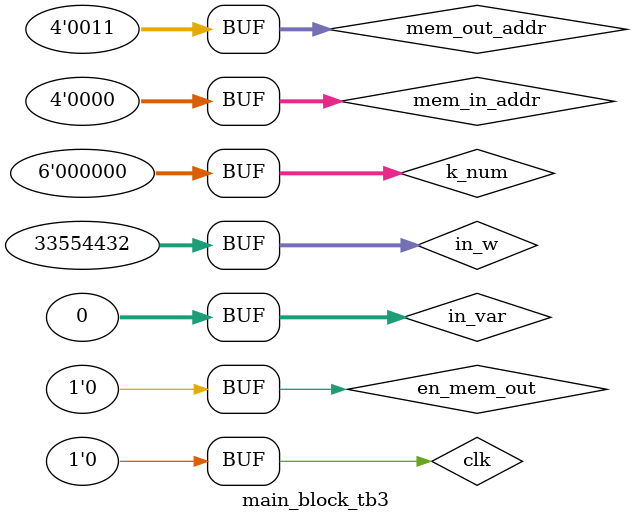
<source format=v>
`timescale 1ns / 1ps


module main_block_tb3;

	// Inputs
	reg [31:0] in_var;
	reg [31:0] in_w;
	reg [5:0] k_num;
	reg [3:0] mem_in_addr;
	reg [3:0] mem_out_addr;
	reg en_mem_out;
	reg clk;

	// Outputs
	wire [31:0] out_var;

	// Instantiate the Unit Under Test (UUT)
	main_block uut (
		.in_var(in_var), 
		.in_w(in_w), 
		.out_var(out_var), 
		.k_num(k_num), 
		.mem_in_addr(mem_in_addr), 
		.mem_out_addr(mem_out_addr), 
		.en_mem_out(en_mem_out), 
		.clk(clk)
	);

	initial begin
		// Initialize Inputs
		en_mem_out = 0;
		in_var = 0;
		in_w = 32'h02000000;
		k_num = 0;
		mem_in_addr = 0;
		mem_out_addr = 0;
		
		clk = 0;
		#100;
		clk = 1;
		#100;
		clk = 0;
		#100; 
		
		// A
		in_var = 32'h6a09e667;
		mem_in_addr = 1;
		mem_out_addr = 1;
		en_mem_out = 0;
		clk = 1;
		#100;
		clk = 0;
		#100;
		
		// B
		in_var = 32'hbb67ae85;
		mem_in_addr = 2;
		mem_out_addr = 2;
		en_mem_out = 0;
		clk = 1;
		#100;
		clk = 0;
		#100; 
		
		// C
		in_var = 32'h3c6ef372;
		mem_in_addr = 3;
		mem_out_addr = 3;
		en_mem_out = 0;
		clk = 1;
		#100;
		clk = 0;
		#100; 
		
		// D
		in_var = 32'ha54ff53a;
		mem_in_addr = 4;
		mem_out_addr = 4;
		en_mem_out = 0;
		clk = 1;
		#100;
		clk = 0;
		#100;
		
		// E
		in_var = 32'h510e527f;
		mem_in_addr = 5;
		mem_out_addr = 5;
		en_mem_out = 0;
		clk = 1;
		#100;
		clk = 0;
		#100;
		
		// F
		in_var = 32'h9b05688c;
		mem_in_addr = 6;
		mem_out_addr = 6;
		en_mem_out = 0;
		clk = 1;
		#100;
		clk = 0;
		#100;
		
		// G
		in_var = 32'h1f83d9ab;
		mem_in_addr = 7;
		mem_out_addr = 7;
		en_mem_out = 0;
		clk = 1;
		#100;
		clk = 0;
		#100;
		
		// H
		in_var = 32'h5be0cd19;
		mem_in_addr = 8;
		mem_out_addr = 8;
		en_mem_out = 0;
		clk = 1;
		#100;
		clk = 0;
		#100;
		
		// output A
		in_var = 0;
		mem_out_addr = 1;
		mem_in_addr = 0;
		en_mem_out = 1;
		clk = 1;
		#100;
		clk = 0;
		
		
		//blocking
		#100;
		en_mem_out = 0;
		clk = 1;
		#100;
		clk = 0;
		#100;
		
		// output B
		clk = 1;
		mem_out_addr = 2;
		#100;
		clk = 0;
	
		// output C
		#100;
		clk = 1;
		mem_out_addr = 3;
		#100;
		clk = 0;
		
		
		
		#100;
		clk = 1;
		#100;
		clk = 0;
		
		#300;
	end
      
endmodule


</source>
